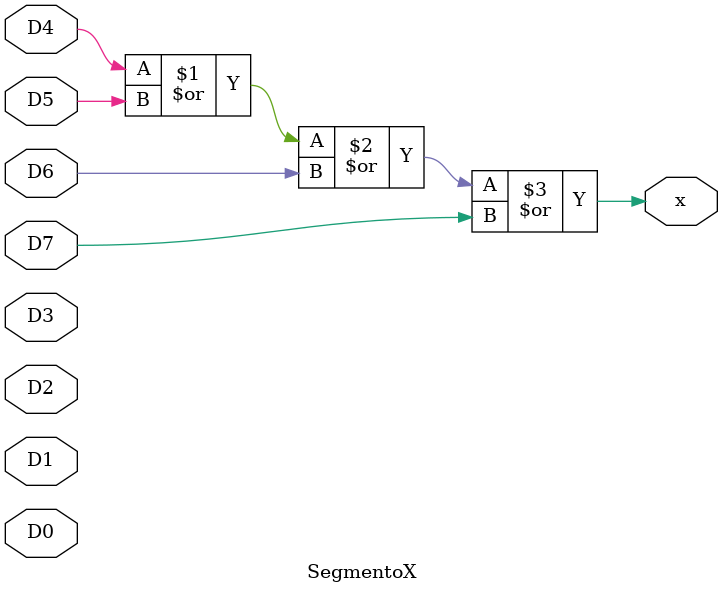
<source format=sv>
module SegmentoX(D0,D1,D2,D3,D4,D5,D6,D7,x);
   input D0,D1,D2,D3,D4,D5,D6,D7;
  output x;
  
  assign x=D4|D5|D6|D7;
  
endmodule
</source>
